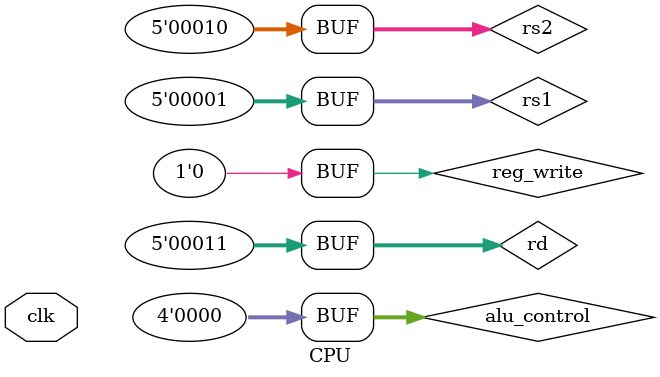
<source format=v>
module CPU (
    input clk
);

wire [31:0] a, b, result;
reg [3:0] alu_control;
reg reg_write;
reg [4:0] rd, rs1, rs2;

// Instantiate Register File
RegisterFile rf (
    .clk(clk),
    .reg_write(reg_write),
    .read_reg1(rs1),
    .read_reg2(rs2),
    .write_reg(rd),
    .write_data(result),
    .read_data1(a),
    .read_data2(b)
);

// Instantiate ALU
ALU alu (
    .a(a),
    .b(b),
    .alu_control(alu_control),
    .result(result)
);

// Hardcode ADD x3 = x1 + x2
initial begin
    alu_control = 4'b0000; // ADD
    rs1 = 5'd1; // x1
    rs2 = 5'd2; // x2
    rd  = 5'd3; // x3
    reg_write = 0;
    #5 reg_write = 1;
    #5 reg_write = 0;
end

endmodule

</source>
